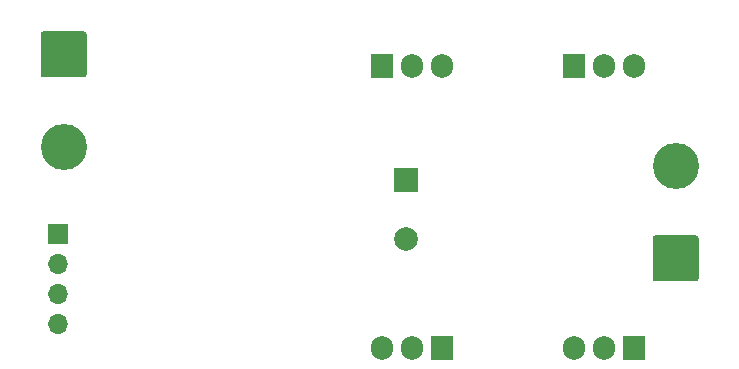
<source format=gbr>
%TF.GenerationSoftware,KiCad,Pcbnew,(5.1.7)-1*%
%TF.CreationDate,2020-11-11T23:56:32-08:00*%
%TF.ProjectId,H-Bridge,482d4272-6964-4676-952e-6b696361645f,rev?*%
%TF.SameCoordinates,PXac78580PY6fe96a0*%
%TF.FileFunction,Soldermask,Bot*%
%TF.FilePolarity,Negative*%
%FSLAX46Y46*%
G04 Gerber Fmt 4.6, Leading zero omitted, Abs format (unit mm)*
G04 Created by KiCad (PCBNEW (5.1.7)-1) date 2020-11-11 23:56:32*
%MOMM*%
%LPD*%
G01*
G04 APERTURE LIST*
%ADD10O,1.700000X1.700000*%
%ADD11R,1.700000X1.700000*%
%ADD12O,1.905000X2.000000*%
%ADD13R,1.905000X2.000000*%
%ADD14C,3.900000*%
%ADD15C,2.000000*%
%ADD16R,2.000000X2.000000*%
G04 APERTURE END LIST*
D10*
%TO.C,J1*%
X2540000Y12700000D03*
X2540000Y15240000D03*
X2540000Y17780000D03*
D11*
X2540000Y20320000D03*
%TD*%
D12*
%TO.C,Q4*%
X29972000Y10668000D03*
X32512000Y10668000D03*
D13*
X35052000Y10668000D03*
%TD*%
D12*
%TO.C,Q3*%
X51308000Y34544000D03*
X48768000Y34544000D03*
D13*
X46228000Y34544000D03*
%TD*%
D12*
%TO.C,Q2*%
X46228000Y10668000D03*
X48768000Y10668000D03*
D13*
X51308000Y10668000D03*
%TD*%
D12*
%TO.C,Q1*%
X35052000Y34544000D03*
X32512000Y34544000D03*
D13*
X29972000Y34544000D03*
%TD*%
D14*
%TO.C,J3*%
X54864000Y26088000D03*
G36*
G01*
X56563999Y16338000D02*
X53164001Y16338000D01*
G75*
G02*
X52914000Y16588001I0J250001D01*
G01*
X52914000Y19987999D01*
G75*
G02*
X53164001Y20238000I250001J0D01*
G01*
X56563999Y20238000D01*
G75*
G02*
X56814000Y19987999I0J-250001D01*
G01*
X56814000Y16588001D01*
G75*
G02*
X56563999Y16338000I-250001J0D01*
G01*
G37*
%TD*%
%TO.C,J2*%
X3048000Y27760000D03*
G36*
G01*
X1348001Y37510000D02*
X4747999Y37510000D01*
G75*
G02*
X4998000Y37259999I0J-250001D01*
G01*
X4998000Y33860001D01*
G75*
G02*
X4747999Y33610000I-250001J0D01*
G01*
X1348001Y33610000D01*
G75*
G02*
X1098000Y33860001I0J250001D01*
G01*
X1098000Y37259999D01*
G75*
G02*
X1348001Y37510000I250001J0D01*
G01*
G37*
%TD*%
D15*
%TO.C,C1*%
X32004000Y19892000D03*
D16*
X32004000Y24892000D03*
%TD*%
M02*

</source>
